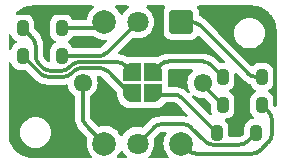
<source format=gtl>
G04 #@! TF.GenerationSoftware,KiCad,Pcbnew,7.0.9*
G04 #@! TF.CreationDate,2024-05-03T00:29:51-04:00*
G04 #@! TF.ProjectId,Nav Switch Mount,4e617620-5377-4697-9463-68204d6f756e,rev?*
G04 #@! TF.SameCoordinates,Original*
G04 #@! TF.FileFunction,Copper,L1,Top*
G04 #@! TF.FilePolarity,Positive*
%FSLAX46Y46*%
G04 Gerber Fmt 4.6, Leading zero omitted, Abs format (unit mm)*
G04 Created by KiCad (PCBNEW 7.0.9) date 2024-05-03 00:29:51*
%MOMM*%
%LPD*%
G01*
G04 APERTURE LIST*
G04 Aperture macros list*
%AMRoundRect*
0 Rectangle with rounded corners*
0 $1 Rounding radius*
0 $2 $3 $4 $5 $6 $7 $8 $9 X,Y pos of 4 corners*
0 Add a 4 corners polygon primitive as box body*
4,1,4,$2,$3,$4,$5,$6,$7,$8,$9,$2,$3,0*
0 Add four circle primitives for the rounded corners*
1,1,$1+$1,$2,$3*
1,1,$1+$1,$4,$5*
1,1,$1+$1,$6,$7*
1,1,$1+$1,$8,$9*
0 Add four rect primitives between the rounded corners*
20,1,$1+$1,$2,$3,$4,$5,0*
20,1,$1+$1,$4,$5,$6,$7,0*
20,1,$1+$1,$6,$7,$8,$9,0*
20,1,$1+$1,$8,$9,$2,$3,0*%
%AMFreePoly0*
4,1,12,-0.775000,0.775000,0.000000,0.775000,0.156719,0.758989,0.327529,0.702389,0.480683,0.607922,0.607922,0.480683,0.702389,0.327529,0.758989,0.156719,0.775000,0.000000,0.775000,-0.775000,-0.775000,-0.775000,-0.775000,0.775000,-0.775000,0.775000,$1*%
%AMFreePoly1*
4,1,12,-0.775000,0.775000,0.775000,0.775000,0.775000,-0.775000,0.000000,-0.775000,-0.156719,-0.758989,-0.327529,-0.702389,-0.480683,-0.607922,-0.607922,-0.480683,-0.702389,-0.327529,-0.758989,-0.156719,-0.775000,0.000000,-0.775000,0.775000,-0.775000,0.775000,$1*%
%AMFreePoly2*
4,1,12,-0.775000,0.000000,-0.758989,0.156719,-0.702389,0.327529,-0.607922,0.480683,-0.480683,0.607922,-0.327529,0.702389,-0.156719,0.758989,0.000000,0.775000,0.775000,0.775000,0.775000,-0.775000,-0.775000,-0.775000,-0.775000,0.000000,-0.775000,0.000000,$1*%
%AMFreePoly3*
4,1,12,-0.775000,0.775000,0.775000,0.775000,0.775000,0.000000,0.758989,-0.156719,0.702389,-0.327529,0.607922,-0.480683,0.480683,-0.607922,0.327529,-0.702389,0.156719,-0.758989,0.000000,-0.775000,-0.775000,-0.775000,-0.775000,0.775000,-0.775000,0.775000,$1*%
G04 Aperture macros list end*
G04 #@! TA.AperFunction,ComponentPad*
%ADD10C,1.550000*%
G04 #@! TD*
G04 #@! TA.AperFunction,ComponentPad*
%ADD11FreePoly0,0.000000*%
G04 #@! TD*
G04 #@! TA.AperFunction,ComponentPad*
%ADD12FreePoly1,0.000000*%
G04 #@! TD*
G04 #@! TA.AperFunction,ComponentPad*
%ADD13FreePoly2,0.000000*%
G04 #@! TD*
G04 #@! TA.AperFunction,ComponentPad*
%ADD14FreePoly3,0.000000*%
G04 #@! TD*
G04 #@! TA.AperFunction,SMDPad,CuDef*
%ADD15RoundRect,0.237500X0.237500X0.412500X-0.237500X0.412500X-0.237500X-0.412500X0.237500X-0.412500X0*%
G04 #@! TD*
G04 #@! TA.AperFunction,ComponentPad*
%ADD16RoundRect,0.227273X-0.772727X0.772727X-0.772727X-0.772727X0.772727X-0.772727X0.772727X0.772727X0*%
G04 #@! TD*
G04 #@! TA.AperFunction,ComponentPad*
%ADD17C,1.800000*%
G04 #@! TD*
G04 #@! TA.AperFunction,ComponentPad*
%ADD18C,2.000000*%
G04 #@! TD*
G04 #@! TA.AperFunction,Conductor*
%ADD19C,0.300000*%
G04 #@! TD*
G04 APERTURE END LIST*
D10*
X153970000Y-52000000D03*
D11*
X159950000Y-51100000D03*
D12*
X158150000Y-52900000D03*
D13*
X158150000Y-51100000D03*
D14*
X159950000Y-52900000D03*
D15*
X168650000Y-56250000D03*
X165350000Y-56250000D03*
X169150000Y-53875000D03*
X165850000Y-53875000D03*
X152200000Y-47375000D03*
X148900000Y-47375000D03*
X152200000Y-49750000D03*
X148900000Y-49750000D03*
X169150000Y-51500000D03*
X165850000Y-51500000D03*
D10*
X164130000Y-52000000D03*
D16*
X162325000Y-46850000D03*
D17*
X158625000Y-46850000D03*
D18*
X155825000Y-46850000D03*
X155825000Y-57150000D03*
D17*
X158625000Y-57150000D03*
D18*
X162325000Y-57150000D03*
D19*
X160557107Y-50492893D02*
X160050000Y-51000000D01*
X165850000Y-51500000D02*
X164842893Y-50492893D01*
X164135786Y-50200000D02*
X161264214Y-50200000D01*
X164842900Y-50492886D02*
G75*
G03*
X164135786Y-50200000I-707100J-707114D01*
G01*
X161264214Y-50200010D02*
G75*
G03*
X160557107Y-50492893I-14J-999990D01*
G01*
X167957107Y-51207107D02*
X163892893Y-47142893D01*
X169150000Y-51500000D02*
X168664214Y-51500000D01*
X163185786Y-46850000D02*
X162325000Y-46850000D01*
X163892900Y-47142886D02*
G75*
G03*
X163185786Y-46850000I-707100J-707114D01*
G01*
X167957100Y-51207114D02*
G75*
G03*
X168664214Y-51500000I707100J707114D01*
G01*
X153914214Y-50750000D02*
X155385786Y-50750000D01*
X151064214Y-51500000D02*
X152335786Y-51500000D01*
X148900000Y-49750000D02*
X150357107Y-51207107D01*
X153042893Y-51207107D02*
X153207107Y-51042893D01*
X156092893Y-51042893D02*
X158050000Y-53000000D01*
X156092900Y-51042886D02*
G75*
G03*
X155385786Y-50750000I-707100J-707114D01*
G01*
X150357100Y-51207114D02*
G75*
G03*
X151064214Y-51500000I707100J707114D01*
G01*
X152335786Y-51499990D02*
G75*
G03*
X153042893Y-51207107I14J999990D01*
G01*
X153914214Y-50750010D02*
G75*
G03*
X153207107Y-51042893I-14J-999990D01*
G01*
X156017893Y-49457107D02*
X158625000Y-46850000D01*
X152200000Y-49750000D02*
X155310786Y-49750000D01*
X155310786Y-49749990D02*
G75*
G03*
X156017893Y-49457107I14J999990D01*
G01*
X152128680Y-51000000D02*
X151271320Y-51000000D01*
X149707107Y-48182107D02*
X148900000Y-47375000D01*
X150000000Y-49728680D02*
X150000000Y-48889214D01*
X153000000Y-50542894D02*
X152835787Y-50707107D01*
X156885786Y-50250000D02*
X153707107Y-50250000D01*
X150564213Y-50707107D02*
X150292893Y-50435787D01*
X158050000Y-51000000D02*
X157592893Y-50542893D01*
X150564203Y-50707117D02*
G75*
G03*
X151271320Y-51000000I707097J707117D01*
G01*
X157592900Y-50542886D02*
G75*
G03*
X156885786Y-50250000I-707100J-707114D01*
G01*
X152128680Y-50999986D02*
G75*
G03*
X152835787Y-50707107I20J999986D01*
G01*
X149999990Y-48889214D02*
G75*
G03*
X149707107Y-48182107I-999990J14D01*
G01*
X150000014Y-49728680D02*
G75*
G03*
X150292893Y-50435787I999986J-20D01*
G01*
X153707107Y-50250006D02*
G75*
G03*
X153000000Y-50542894I-7J-999994D01*
G01*
X152200000Y-47375000D02*
X155300000Y-47375000D01*
X161685786Y-53000000D02*
X160050000Y-53000000D01*
X165350000Y-56250000D02*
X162392893Y-53292893D01*
X162392900Y-53292886D02*
G75*
G03*
X161685786Y-53000000I-707100J-707114D01*
G01*
X159982107Y-55792893D02*
X158625000Y-57150000D01*
X164332107Y-56957107D02*
X163167893Y-55792893D01*
X167235786Y-57250000D02*
X165039214Y-57250000D01*
X162460786Y-55500000D02*
X160689214Y-55500000D01*
X168650000Y-56250000D02*
X167942893Y-56957107D01*
X163167900Y-55792886D02*
G75*
G03*
X162460786Y-55500000I-707100J-707114D01*
G01*
X164332100Y-56957114D02*
G75*
G03*
X165039214Y-57250000I707100J707114D01*
G01*
X160689214Y-55500010D02*
G75*
G03*
X159982107Y-55792893I-14J-999990D01*
G01*
X167235786Y-57249990D02*
G75*
G03*
X167942893Y-56957107I14J999990D01*
G01*
X165850000Y-53875000D02*
X164130000Y-52155000D01*
X163589214Y-58000000D02*
X168335786Y-58000000D01*
X169042893Y-57707107D02*
X169707107Y-57042893D01*
X170000000Y-56335786D02*
X170000000Y-55139214D01*
X169707107Y-54432107D02*
X169150000Y-53875000D01*
X168335786Y-57999990D02*
G75*
G03*
X169042893Y-57707107I14J999990D01*
G01*
X169999990Y-55139214D02*
G75*
G03*
X169707107Y-54432107I-999990J14D01*
G01*
X169707114Y-57042900D02*
G75*
G03*
X170000000Y-56335786I-707114J707100D01*
G01*
X162882100Y-57707114D02*
G75*
G03*
X163589214Y-58000000I707100J707114D01*
G01*
X154262893Y-55587893D02*
X155825000Y-57150000D01*
X153970000Y-52000000D02*
X153970000Y-54880786D01*
X153970010Y-54880786D02*
G75*
G03*
X154262893Y-55587893I999990J-14D01*
G01*
G04 #@! TA.AperFunction,NonConductor*
G36*
X157841522Y-45475820D02*
G01*
X157887277Y-45528624D01*
X157897221Y-45597782D01*
X157868196Y-45661338D01*
X157850645Y-45677988D01*
X157673222Y-45816081D01*
X157673219Y-45816084D01*
X157516016Y-45986852D01*
X157389072Y-46181155D01*
X157388862Y-46181545D01*
X157388734Y-46181673D01*
X157386271Y-46185444D01*
X157385495Y-46184937D01*
X157339641Y-46231133D01*
X157271424Y-46246239D01*
X157205869Y-46222066D01*
X157166254Y-46172333D01*
X157149173Y-46133393D01*
X157013166Y-45925217D01*
X156978644Y-45887716D01*
X156844744Y-45742262D01*
X156762163Y-45677986D01*
X156721352Y-45621278D01*
X156717677Y-45551505D01*
X156752308Y-45490822D01*
X156814250Y-45458495D01*
X156838327Y-45456135D01*
X157774483Y-45456135D01*
X157841522Y-45475820D01*
G37*
G04 #@! TD.AperFunction*
G04 #@! TA.AperFunction,NonConductor*
G36*
X154916787Y-48045185D02*
G01*
X154925910Y-48051647D01*
X155001487Y-48110471D01*
X155001491Y-48110474D01*
X155189641Y-48212296D01*
X155220190Y-48228828D01*
X155455386Y-48309571D01*
X155700665Y-48350500D01*
X155905191Y-48350500D01*
X155972230Y-48370185D01*
X156017985Y-48422989D01*
X156027929Y-48492147D01*
X155998904Y-48555703D01*
X155992872Y-48562181D01*
X155560807Y-48994247D01*
X155554703Y-48999600D01*
X155498494Y-49042731D01*
X155470458Y-49058917D01*
X155416331Y-49081336D01*
X155385063Y-49089713D01*
X155314756Y-49098968D01*
X155306656Y-49099499D01*
X155233762Y-49099499D01*
X155233746Y-49099500D01*
X153225351Y-49099500D01*
X153158312Y-49079815D01*
X153112967Y-49027900D01*
X153110909Y-49023487D01*
X153110908Y-49023486D01*
X153110908Y-49023484D01*
X153020340Y-48876650D01*
X152898350Y-48754660D01*
X152757912Y-48668037D01*
X152711190Y-48616091D01*
X152699967Y-48547128D01*
X152727811Y-48483046D01*
X152757911Y-48456963D01*
X152898350Y-48370340D01*
X153020340Y-48248350D01*
X153110908Y-48101516D01*
X153110910Y-48101509D01*
X153112967Y-48097100D01*
X153159137Y-48044659D01*
X153225351Y-48025500D01*
X154849748Y-48025500D01*
X154916787Y-48045185D01*
G37*
G04 #@! TD.AperFunction*
G04 #@! TA.AperFunction,NonConductor*
G36*
X147911338Y-47922320D02*
G01*
X147947840Y-47977028D01*
X147989092Y-48101516D01*
X148079660Y-48248350D01*
X148201650Y-48370340D01*
X148287008Y-48422989D01*
X148342085Y-48456961D01*
X148388810Y-48508909D01*
X148400031Y-48577872D01*
X148372188Y-48641954D01*
X148342085Y-48668039D01*
X148201648Y-48754661D01*
X148079661Y-48876648D01*
X147989093Y-49023481D01*
X147989091Y-49023486D01*
X147947841Y-49147971D01*
X147908068Y-49205416D01*
X147843552Y-49232239D01*
X147774776Y-49219924D01*
X147723577Y-49172381D01*
X147706135Y-49108967D01*
X147706135Y-48016033D01*
X147725820Y-47948994D01*
X147778624Y-47903239D01*
X147847782Y-47893295D01*
X147911338Y-47922320D01*
G37*
G04 #@! TD.AperFunction*
G04 #@! TA.AperFunction,NonConductor*
G36*
X154878712Y-45475820D02*
G01*
X154924467Y-45528624D01*
X154934411Y-45597782D01*
X154905386Y-45661338D01*
X154887840Y-45677984D01*
X154821773Y-45729406D01*
X154805257Y-45742261D01*
X154636833Y-45925217D01*
X154500826Y-46133393D01*
X154400936Y-46361118D01*
X154339892Y-46602175D01*
X154339890Y-46602186D01*
X154339182Y-46610741D01*
X154314028Y-46675926D01*
X154257626Y-46717163D01*
X154215606Y-46724500D01*
X153225351Y-46724500D01*
X153158312Y-46704815D01*
X153112967Y-46652900D01*
X153110909Y-46648487D01*
X153110908Y-46648486D01*
X153110908Y-46648484D01*
X153020340Y-46501650D01*
X152898350Y-46379660D01*
X152751516Y-46289092D01*
X152587753Y-46234826D01*
X152587751Y-46234825D01*
X152486678Y-46224500D01*
X151913330Y-46224500D01*
X151913312Y-46224501D01*
X151812247Y-46234825D01*
X151648484Y-46289092D01*
X151648481Y-46289093D01*
X151501648Y-46379661D01*
X151379661Y-46501648D01*
X151289093Y-46648481D01*
X151289091Y-46648486D01*
X151270426Y-46704815D01*
X151234826Y-46812247D01*
X151234826Y-46812248D01*
X151234825Y-46812248D01*
X151224500Y-46913315D01*
X151224500Y-47836669D01*
X151224501Y-47836686D01*
X151234825Y-47937752D01*
X151261664Y-48018745D01*
X151289092Y-48101516D01*
X151379660Y-48248350D01*
X151501650Y-48370340D01*
X151587008Y-48422989D01*
X151642085Y-48456961D01*
X151688810Y-48508909D01*
X151700031Y-48577872D01*
X151672188Y-48641954D01*
X151642085Y-48668039D01*
X151501648Y-48754661D01*
X151379661Y-48876648D01*
X151289093Y-49023481D01*
X151289091Y-49023486D01*
X151267146Y-49089713D01*
X151234826Y-49187247D01*
X151234826Y-49187248D01*
X151234825Y-49187248D01*
X151224500Y-49288315D01*
X151224500Y-50148086D01*
X151204815Y-50215125D01*
X151152011Y-50260880D01*
X151082853Y-50270824D01*
X151019297Y-50241799D01*
X151012819Y-50235767D01*
X150914871Y-50137819D01*
X150755745Y-49978693D01*
X150750405Y-49972604D01*
X150707270Y-49916388D01*
X150691085Y-49888354D01*
X150678590Y-49858187D01*
X150668667Y-49834228D01*
X150660290Y-49802961D01*
X150655494Y-49766529D01*
X150651030Y-49732619D01*
X150650500Y-49724521D01*
X150650500Y-49716527D01*
X150650501Y-49655399D01*
X150650500Y-49655394D01*
X150650500Y-48848289D01*
X150650500Y-48846448D01*
X150650490Y-48846139D01*
X150650491Y-48781044D01*
X150631811Y-48639139D01*
X150622254Y-48566539D01*
X150622253Y-48566537D01*
X150566260Y-48357553D01*
X150563338Y-48350498D01*
X150483464Y-48157658D01*
X150375287Y-47970285D01*
X150243578Y-47798634D01*
X150243576Y-47798632D01*
X150243573Y-47798628D01*
X150243572Y-47798627D01*
X150229833Y-47784889D01*
X150229815Y-47784869D01*
X149911818Y-47466872D01*
X149878333Y-47405549D01*
X149875499Y-47379191D01*
X149875499Y-46913330D01*
X149875498Y-46913313D01*
X149865174Y-46812247D01*
X149861100Y-46799953D01*
X149810908Y-46648484D01*
X149720340Y-46501650D01*
X149598350Y-46379660D01*
X149451516Y-46289092D01*
X149287753Y-46234826D01*
X149287751Y-46234825D01*
X149186678Y-46224500D01*
X148613330Y-46224500D01*
X148613312Y-46224501D01*
X148512247Y-46234825D01*
X148512239Y-46234827D01*
X148485477Y-46243695D01*
X148415649Y-46246095D01*
X148355608Y-46210361D01*
X148324418Y-46147840D01*
X148331980Y-46078381D01*
X148364715Y-46032764D01*
X148524477Y-45892656D01*
X148530903Y-45887725D01*
X148752503Y-45739657D01*
X148759519Y-45735608D01*
X148885403Y-45673530D01*
X148998543Y-45617736D01*
X149006028Y-45614636D01*
X149258402Y-45528969D01*
X149266216Y-45526876D01*
X149527611Y-45474884D01*
X149535651Y-45473827D01*
X149803613Y-45456268D01*
X149807668Y-45456135D01*
X149832562Y-45456135D01*
X154811673Y-45456135D01*
X154878712Y-45475820D01*
G37*
G04 #@! TD.AperFunction*
G04 #@! TA.AperFunction,NonConductor*
G36*
X160925180Y-45475820D02*
G01*
X160970935Y-45528624D01*
X160980879Y-45597782D01*
X160963680Y-45645232D01*
X160888198Y-45767606D01*
X160888196Y-45767611D01*
X160834683Y-45929102D01*
X160824500Y-46028775D01*
X160824500Y-47671210D01*
X160824501Y-47671225D01*
X160834684Y-47770898D01*
X160888196Y-47932388D01*
X160888198Y-47932393D01*
X160891504Y-47937753D01*
X160977510Y-48077190D01*
X161097810Y-48197490D01*
X161242609Y-48286803D01*
X161350271Y-48322478D01*
X161404102Y-48340316D01*
X161415444Y-48341474D01*
X161503783Y-48350500D01*
X163146216Y-48350499D01*
X163245897Y-48340316D01*
X163407391Y-48286803D01*
X163552190Y-48197490D01*
X163672490Y-48077190D01*
X163679719Y-48065470D01*
X163731667Y-48018745D01*
X163800629Y-48007522D01*
X163864712Y-48035366D01*
X163872939Y-48042885D01*
X165967873Y-50137819D01*
X166001358Y-50199142D01*
X165996374Y-50268834D01*
X165954502Y-50324767D01*
X165889038Y-50349184D01*
X165880192Y-50349500D01*
X165670808Y-50349500D01*
X165603769Y-50329815D01*
X165583127Y-50313181D01*
X165341173Y-50071227D01*
X165341156Y-50071196D01*
X165226380Y-49956422D01*
X165226374Y-49956417D01*
X165226372Y-49956415D01*
X165054721Y-49824705D01*
X164950421Y-49764489D01*
X164867351Y-49716529D01*
X164788162Y-49683729D01*
X164667455Y-49633732D01*
X164667450Y-49633730D01*
X164667446Y-49633729D01*
X164458465Y-49577736D01*
X164458460Y-49577735D01*
X164243959Y-49549499D01*
X164243957Y-49549499D01*
X164135777Y-49549500D01*
X161221644Y-49549500D01*
X161221337Y-49549509D01*
X161156042Y-49549509D01*
X160941539Y-49577745D01*
X160941537Y-49577746D01*
X160732553Y-49633739D01*
X160532657Y-49716536D01*
X160532653Y-49716538D01*
X160345279Y-49824716D01*
X160334487Y-49832997D01*
X160269316Y-49858187D01*
X160228710Y-49854858D01*
X160150339Y-49835111D01*
X160150340Y-49835111D01*
X160015515Y-49824500D01*
X159127129Y-49824500D01*
X159127120Y-49824501D01*
X159063248Y-49831367D01*
X159036742Y-49831367D01*
X159032483Y-49830909D01*
X158972873Y-49824500D01*
X158972865Y-49824500D01*
X158084486Y-49824501D01*
X157949659Y-49835111D01*
X157849769Y-49860281D01*
X157779952Y-49857573D01*
X157757473Y-49847427D01*
X157617351Y-49766529D01*
X157599582Y-49759169D01*
X157417455Y-49683732D01*
X157417450Y-49683730D01*
X157417446Y-49683729D01*
X157208465Y-49627736D01*
X157208462Y-49627735D01*
X157067838Y-49609224D01*
X157003941Y-49580959D01*
X156965469Y-49522635D01*
X156964637Y-49452770D01*
X156996339Y-49398606D01*
X158152800Y-48242144D01*
X158214121Y-48208661D01*
X158274753Y-48212202D01*
X158275048Y-48211040D01*
X158280011Y-48212296D01*
X158280015Y-48212296D01*
X158280019Y-48212298D01*
X158508951Y-48250500D01*
X158508952Y-48250500D01*
X158741048Y-48250500D01*
X158741049Y-48250500D01*
X158969981Y-48212298D01*
X159189503Y-48136936D01*
X159393626Y-48026470D01*
X159394873Y-48025500D01*
X159465819Y-47970280D01*
X159576784Y-47883913D01*
X159733979Y-47713153D01*
X159860924Y-47518849D01*
X159954157Y-47306300D01*
X160011134Y-47081305D01*
X160016526Y-47016234D01*
X160030300Y-46850006D01*
X160030300Y-46849993D01*
X160011135Y-46618702D01*
X160011133Y-46618691D01*
X159954157Y-46393699D01*
X159860924Y-46181151D01*
X159733983Y-45986852D01*
X159733980Y-45986849D01*
X159733979Y-45986847D01*
X159576784Y-45816087D01*
X159576779Y-45816083D01*
X159576777Y-45816081D01*
X159399355Y-45677988D01*
X159358542Y-45621278D01*
X159354867Y-45551505D01*
X159389499Y-45490822D01*
X159451440Y-45458495D01*
X159475517Y-45456135D01*
X160858141Y-45456135D01*
X160925180Y-45475820D01*
G37*
G04 #@! TD.AperFunction*
G04 #@! TA.AperFunction,NonConductor*
G36*
X163243348Y-50870185D02*
G01*
X163289103Y-50922989D01*
X163299047Y-50992147D01*
X163270022Y-51055703D01*
X163263990Y-51062181D01*
X163149182Y-51176988D01*
X163149179Y-51176991D01*
X163149178Y-51176993D01*
X163021165Y-51359814D01*
X162929592Y-51556195D01*
X162926845Y-51562085D01*
X162926841Y-51562094D01*
X162869081Y-51777660D01*
X162869079Y-51777670D01*
X162849628Y-51999999D01*
X162849628Y-52000000D01*
X162869079Y-52222329D01*
X162869081Y-52222339D01*
X162926841Y-52437905D01*
X162926843Y-52437909D01*
X162926844Y-52437913D01*
X162995855Y-52585908D01*
X163021165Y-52640186D01*
X163021167Y-52640190D01*
X163051433Y-52683414D01*
X163073760Y-52749620D01*
X163056750Y-52817387D01*
X163005801Y-52865200D01*
X162937092Y-52877878D01*
X162872435Y-52851396D01*
X162862177Y-52842219D01*
X162852867Y-52832909D01*
X162852868Y-52832909D01*
X162776372Y-52756415D01*
X162604721Y-52624705D01*
X162500421Y-52564489D01*
X162417351Y-52516529D01*
X162366194Y-52495340D01*
X162217455Y-52433732D01*
X162217450Y-52433730D01*
X162217446Y-52433729D01*
X162008465Y-52377736D01*
X162008460Y-52377735D01*
X161793959Y-52349499D01*
X161793957Y-52349499D01*
X161685777Y-52349500D01*
X161349499Y-52349500D01*
X161282460Y-52329815D01*
X161236705Y-52277011D01*
X161225499Y-52225500D01*
X161225499Y-52077129D01*
X161225499Y-52077128D01*
X161219091Y-52017517D01*
X161219089Y-52017513D01*
X161218632Y-52013255D01*
X161218633Y-51986745D01*
X161221328Y-51961677D01*
X161225500Y-51922873D01*
X161225499Y-51034488D01*
X161221544Y-50984228D01*
X161235909Y-50915851D01*
X161284961Y-50866094D01*
X161345162Y-50850500D01*
X163176309Y-50850500D01*
X163243348Y-50870185D01*
G37*
G04 #@! TD.AperFunction*
G04 #@! TA.AperFunction,NonConductor*
G36*
X168302025Y-45456267D02*
G01*
X168569991Y-45473831D01*
X168578020Y-45474889D01*
X168839408Y-45526882D01*
X168847224Y-45528976D01*
X169099555Y-45614632D01*
X169099582Y-45614641D01*
X169107083Y-45617748D01*
X169346095Y-45735618D01*
X169353124Y-45739676D01*
X169574706Y-45887734D01*
X169581136Y-45892668D01*
X169736351Y-46028789D01*
X169781499Y-46068383D01*
X169787239Y-46074124D01*
X169962945Y-46274482D01*
X169967888Y-46280923D01*
X170115941Y-46502507D01*
X170120000Y-46509538D01*
X170237861Y-46748542D01*
X170240968Y-46756043D01*
X170326627Y-47008392D01*
X170328728Y-47016234D01*
X170380714Y-47277603D01*
X170381773Y-47285652D01*
X170399367Y-47554148D01*
X170399500Y-47558203D01*
X170399500Y-53905192D01*
X170379815Y-53972231D01*
X170327011Y-54017986D01*
X170257853Y-54027930D01*
X170194297Y-53998905D01*
X170187819Y-53992873D01*
X170161818Y-53966872D01*
X170128333Y-53905549D01*
X170125499Y-53879191D01*
X170125499Y-53413330D01*
X170125498Y-53413313D01*
X170115174Y-53312247D01*
X170105366Y-53282650D01*
X170060908Y-53148484D01*
X169970340Y-53001650D01*
X169848350Y-52879660D01*
X169707912Y-52793037D01*
X169661190Y-52741091D01*
X169649967Y-52672128D01*
X169677811Y-52608046D01*
X169707911Y-52581963D01*
X169848350Y-52495340D01*
X169970340Y-52373350D01*
X170060908Y-52226516D01*
X170115174Y-52062753D01*
X170125500Y-51961677D01*
X170125499Y-51038324D01*
X170115174Y-50937247D01*
X170060908Y-50773484D01*
X169970340Y-50626650D01*
X169848350Y-50504660D01*
X169701516Y-50414092D01*
X169537753Y-50359826D01*
X169537751Y-50359825D01*
X169436678Y-50349500D01*
X168863330Y-50349500D01*
X168863312Y-50349501D01*
X168762247Y-50359825D01*
X168598484Y-50414092D01*
X168598481Y-50414093D01*
X168451650Y-50504659D01*
X168400807Y-50555502D01*
X168339483Y-50588986D01*
X168269791Y-50584000D01*
X168225446Y-50555500D01*
X165469947Y-47800001D01*
X166794532Y-47800001D01*
X166814364Y-48026686D01*
X166814366Y-48026697D01*
X166873258Y-48246488D01*
X166873261Y-48246497D01*
X166969431Y-48452732D01*
X166969432Y-48452734D01*
X167099954Y-48639141D01*
X167260858Y-48800045D01*
X167260861Y-48800047D01*
X167447266Y-48930568D01*
X167653504Y-49026739D01*
X167873308Y-49085635D01*
X168043216Y-49100500D01*
X168156784Y-49100500D01*
X168326692Y-49085635D01*
X168546496Y-49026739D01*
X168752734Y-48930568D01*
X168939139Y-48800047D01*
X169100047Y-48639139D01*
X169230568Y-48452734D01*
X169326739Y-48246496D01*
X169385635Y-48026692D01*
X169405468Y-47800000D01*
X169405348Y-47798634D01*
X169397869Y-47713147D01*
X169385635Y-47573308D01*
X169326739Y-47353504D01*
X169230568Y-47147266D01*
X169100047Y-46960861D01*
X169100045Y-46960858D01*
X168939141Y-46799954D01*
X168752734Y-46669432D01*
X168752732Y-46669431D01*
X168546497Y-46573261D01*
X168546488Y-46573258D01*
X168326697Y-46514366D01*
X168326687Y-46514364D01*
X168156784Y-46499500D01*
X168043216Y-46499500D01*
X167873312Y-46514364D01*
X167873302Y-46514366D01*
X167653511Y-46573258D01*
X167653502Y-46573261D01*
X167447267Y-46669431D01*
X167447265Y-46669432D01*
X167260858Y-46799954D01*
X167099954Y-46960858D01*
X166969432Y-47147265D01*
X166969431Y-47147267D01*
X166873261Y-47353502D01*
X166873258Y-47353511D01*
X166814366Y-47573302D01*
X166814364Y-47573313D01*
X166794532Y-47799998D01*
X166794532Y-47800001D01*
X165469947Y-47800001D01*
X164391173Y-46721227D01*
X164391156Y-46721196D01*
X164276380Y-46606422D01*
X164276374Y-46606417D01*
X164276372Y-46606415D01*
X164201667Y-46549093D01*
X164104727Y-46474709D01*
X164104723Y-46474707D01*
X164104721Y-46474705D01*
X163917346Y-46366527D01*
X163917343Y-46366525D01*
X163917340Y-46366524D01*
X163902045Y-46360189D01*
X163847642Y-46316347D01*
X163825578Y-46250053D01*
X163825499Y-46245628D01*
X163825499Y-46028789D01*
X163825498Y-46028774D01*
X163821215Y-45986847D01*
X163815316Y-45929103D01*
X163761803Y-45767609D01*
X163686319Y-45645231D01*
X163667880Y-45577839D01*
X163688803Y-45511176D01*
X163742445Y-45466406D01*
X163791859Y-45456135D01*
X168273071Y-45456135D01*
X168297977Y-45456135D01*
X168302025Y-45456267D01*
G37*
G04 #@! TD.AperFunction*
G04 #@! TA.AperFunction,NonConductor*
G36*
X163434844Y-53071277D02*
G01*
X163446541Y-53078535D01*
X163489814Y-53108835D01*
X163692087Y-53203156D01*
X163907666Y-53260920D01*
X164085533Y-53276481D01*
X164129999Y-53280372D01*
X164130000Y-53280372D01*
X164261298Y-53268884D01*
X164329796Y-53282650D01*
X164359785Y-53304731D01*
X164838181Y-53783127D01*
X164871666Y-53844450D01*
X164874500Y-53870808D01*
X164874500Y-54336669D01*
X164874501Y-54336687D01*
X164884825Y-54437752D01*
X164884826Y-54437755D01*
X164931935Y-54579917D01*
X164934337Y-54649745D01*
X164898605Y-54709787D01*
X164836085Y-54740980D01*
X164766626Y-54733420D01*
X164726548Y-54706602D01*
X163287736Y-53267790D01*
X163254251Y-53206467D01*
X163259235Y-53136775D01*
X163301107Y-53080842D01*
X163366571Y-53056425D01*
X163434844Y-53071277D01*
G37*
G04 #@! TD.AperFunction*
G04 #@! TA.AperFunction,NonConductor*
G36*
X155312501Y-51400501D02*
G01*
X155381729Y-51400500D01*
X155389827Y-51401030D01*
X155460066Y-51410277D01*
X155491333Y-51418654D01*
X155545464Y-51441075D01*
X155573498Y-51457260D01*
X155629648Y-51500345D01*
X155635744Y-51505690D01*
X156237109Y-52107055D01*
X156838181Y-52708127D01*
X156871666Y-52769450D01*
X156874500Y-52795807D01*
X156874501Y-52965512D01*
X156885111Y-53100339D01*
X156897243Y-53148486D01*
X156941210Y-53322976D01*
X157036159Y-53532010D01*
X157036162Y-53532016D01*
X157166904Y-53720732D01*
X157166906Y-53720734D01*
X157166911Y-53720741D01*
X157329259Y-53883089D01*
X157329263Y-53883092D01*
X157329267Y-53883095D01*
X157361678Y-53905549D01*
X157517986Y-54013839D01*
X157554107Y-54030246D01*
X157727023Y-54108789D01*
X157727024Y-54108789D01*
X157727026Y-54108790D01*
X157949661Y-54164889D01*
X158066149Y-54174056D01*
X158084485Y-54175500D01*
X158084486Y-54175499D01*
X158084487Y-54175500D01*
X158972872Y-54175499D01*
X159032483Y-54169091D01*
X159032487Y-54169089D01*
X159036743Y-54168632D01*
X159063253Y-54168632D01*
X159067514Y-54169090D01*
X159067517Y-54169091D01*
X159127127Y-54175500D01*
X160015512Y-54175499D01*
X160015514Y-54175499D01*
X160032680Y-54174147D01*
X160150339Y-54164889D01*
X160372974Y-54108790D01*
X160582014Y-54013839D01*
X160770741Y-53883089D01*
X160933089Y-53720741D01*
X160944767Y-53703885D01*
X160999126Y-53659988D01*
X161046696Y-53650500D01*
X161612497Y-53650500D01*
X161612501Y-53650501D01*
X161681729Y-53650500D01*
X161689827Y-53651030D01*
X161760066Y-53660277D01*
X161791333Y-53668654D01*
X161845464Y-53691075D01*
X161873498Y-53707260D01*
X161929648Y-53750345D01*
X161935744Y-53755690D01*
X162400339Y-54220285D01*
X162841082Y-54661028D01*
X162874567Y-54722351D01*
X162869583Y-54792043D01*
X162827711Y-54847976D01*
X162762247Y-54872393D01*
X162737218Y-54871648D01*
X162568959Y-54849499D01*
X162568957Y-54849499D01*
X162460777Y-54849500D01*
X160646644Y-54849500D01*
X160646337Y-54849509D01*
X160581042Y-54849509D01*
X160366539Y-54877745D01*
X160366537Y-54877746D01*
X160157553Y-54933739D01*
X159957657Y-55016536D01*
X159957653Y-55016538D01*
X159796072Y-55109825D01*
X159770303Y-55124703D01*
X159770280Y-55124716D01*
X159598631Y-55256424D01*
X159583354Y-55271700D01*
X159097200Y-55757852D01*
X159035877Y-55791337D01*
X158975243Y-55787806D01*
X158974951Y-55788960D01*
X158969987Y-55787703D01*
X158870904Y-55771169D01*
X158741049Y-55749500D01*
X158508951Y-55749500D01*
X158463164Y-55757140D01*
X158280015Y-55787702D01*
X158060504Y-55863061D01*
X158060495Y-55863064D01*
X157856371Y-55973531D01*
X157856365Y-55973535D01*
X157673222Y-56116081D01*
X157673219Y-56116084D01*
X157673216Y-56116086D01*
X157673216Y-56116087D01*
X157614267Y-56180122D01*
X157516016Y-56286852D01*
X157389072Y-56481155D01*
X157388862Y-56481545D01*
X157388734Y-56481673D01*
X157386271Y-56485444D01*
X157385495Y-56484937D01*
X157339641Y-56531133D01*
X157271424Y-56546239D01*
X157205869Y-56522066D01*
X157166254Y-56472333D01*
X157149173Y-56433393D01*
X157013166Y-56225217D01*
X156955354Y-56162417D01*
X156844744Y-56042262D01*
X156648509Y-55889526D01*
X156648507Y-55889525D01*
X156648506Y-55889524D01*
X156429811Y-55771172D01*
X156429802Y-55771169D01*
X156194616Y-55690429D01*
X155949335Y-55649500D01*
X155700665Y-55649500D01*
X155455382Y-55690429D01*
X155402029Y-55708744D01*
X155332231Y-55711892D01*
X155274089Y-55679143D01*
X155007392Y-55412446D01*
X154725744Y-55130798D01*
X154720399Y-55124703D01*
X154677264Y-55068487D01*
X154661086Y-55040465D01*
X154638661Y-54986326D01*
X154630286Y-54955063D01*
X154621030Y-54884750D01*
X154620500Y-54876654D01*
X154620500Y-54847976D01*
X154620501Y-54807501D01*
X154620500Y-54807496D01*
X154620500Y-53166163D01*
X154640185Y-53099124D01*
X154673373Y-53064590D01*
X154793007Y-52980822D01*
X154950822Y-52823007D01*
X155078835Y-52640186D01*
X155173156Y-52437913D01*
X155230920Y-52222334D01*
X155250372Y-52000000D01*
X155230920Y-51777666D01*
X155173156Y-51562087D01*
X155171755Y-51556857D01*
X155174224Y-51556195D01*
X155170489Y-51497146D01*
X155204477Y-51436100D01*
X155266074Y-51403121D01*
X155291434Y-51400500D01*
X155312497Y-51400500D01*
X155312501Y-51400501D01*
G37*
G04 #@! TD.AperFunction*
G04 #@! TA.AperFunction,NonConductor*
G36*
X167030702Y-51201094D02*
G01*
X167037180Y-51207126D01*
X167458826Y-51628772D01*
X167458842Y-51628802D01*
X167573619Y-51743577D01*
X167573624Y-51743581D01*
X167573628Y-51743585D01*
X167745279Y-51875295D01*
X167889176Y-51958371D01*
X167932648Y-51983470D01*
X167932650Y-51983471D01*
X167932654Y-51983473D01*
X168132545Y-52066268D01*
X168132554Y-52066270D01*
X168134319Y-52066870D01*
X168134776Y-52067191D01*
X168136296Y-52067821D01*
X168136155Y-52068160D01*
X168191476Y-52107055D01*
X168212175Y-52145287D01*
X168213903Y-52150501D01*
X168239092Y-52226516D01*
X168329660Y-52373350D01*
X168451650Y-52495340D01*
X168592085Y-52581961D01*
X168638810Y-52633909D01*
X168650031Y-52702872D01*
X168622188Y-52766954D01*
X168592085Y-52793039D01*
X168451648Y-52879661D01*
X168329661Y-53001648D01*
X168239093Y-53148481D01*
X168239091Y-53148486D01*
X168220976Y-53203154D01*
X168184826Y-53312247D01*
X168184826Y-53312248D01*
X168184825Y-53312248D01*
X168174500Y-53413315D01*
X168174500Y-54336669D01*
X168174501Y-54336686D01*
X168184825Y-54437752D01*
X168221109Y-54547249D01*
X168239092Y-54601516D01*
X168321640Y-54735348D01*
X168329661Y-54748351D01*
X168451649Y-54870339D01*
X168457317Y-54874821D01*
X168456422Y-54875951D01*
X168497759Y-54921903D01*
X168508984Y-54990865D01*
X168481144Y-55054949D01*
X168423078Y-55093808D01*
X168385945Y-55099500D01*
X168363333Y-55099500D01*
X168363312Y-55099501D01*
X168262247Y-55109825D01*
X168098484Y-55164092D01*
X168098481Y-55164093D01*
X167951648Y-55254661D01*
X167829661Y-55376648D01*
X167739093Y-55523481D01*
X167739091Y-55523486D01*
X167731211Y-55547266D01*
X167684826Y-55687247D01*
X167684826Y-55687248D01*
X167684825Y-55687248D01*
X167674500Y-55788315D01*
X167674500Y-56254191D01*
X167654815Y-56321230D01*
X167638181Y-56341872D01*
X167485807Y-56494247D01*
X167479703Y-56499600D01*
X167423494Y-56542731D01*
X167395458Y-56558917D01*
X167341331Y-56581336D01*
X167310063Y-56589713D01*
X167239756Y-56598968D01*
X167231656Y-56599499D01*
X167158762Y-56599499D01*
X167158746Y-56599500D01*
X166449500Y-56599500D01*
X166382461Y-56579815D01*
X166336706Y-56527011D01*
X166325500Y-56475500D01*
X166325499Y-55788330D01*
X166325498Y-55788313D01*
X166315174Y-55687247D01*
X166290354Y-55612346D01*
X166260908Y-55523484D01*
X166170340Y-55376650D01*
X166048350Y-55254660D01*
X166042683Y-55250179D01*
X166043575Y-55249049D01*
X166002238Y-55203090D01*
X165991015Y-55134127D01*
X166018859Y-55070045D01*
X166076927Y-55031189D01*
X166114058Y-55025499D01*
X166136676Y-55025499D01*
X166136684Y-55025498D01*
X166136687Y-55025498D01*
X166192030Y-55019844D01*
X166237753Y-55015174D01*
X166401516Y-54960908D01*
X166548350Y-54870340D01*
X166670340Y-54748350D01*
X166760908Y-54601516D01*
X166815174Y-54437753D01*
X166825500Y-54336677D01*
X166825499Y-53413324D01*
X166815174Y-53312247D01*
X166760908Y-53148484D01*
X166670340Y-53001650D01*
X166548350Y-52879660D01*
X166407912Y-52793037D01*
X166361190Y-52741091D01*
X166349967Y-52672128D01*
X166377811Y-52608046D01*
X166407911Y-52581963D01*
X166548350Y-52495340D01*
X166670340Y-52373350D01*
X166760908Y-52226516D01*
X166815174Y-52062753D01*
X166825500Y-51961677D01*
X166825499Y-51294806D01*
X166845183Y-51227768D01*
X166897987Y-51182013D01*
X166967146Y-51172069D01*
X167030702Y-51201094D01*
G37*
G04 #@! TD.AperFunction*
G04 #@! TA.AperFunction,NonConductor*
G36*
X161023557Y-56170185D02*
G01*
X161069312Y-56222989D01*
X161079256Y-56292147D01*
X161060327Y-56342319D01*
X161005209Y-56426686D01*
X161000825Y-56433396D01*
X160900936Y-56661118D01*
X160839892Y-56902175D01*
X160839890Y-56902187D01*
X160819357Y-57149994D01*
X160819357Y-57150005D01*
X160839890Y-57397812D01*
X160839892Y-57397824D01*
X160900936Y-57638881D01*
X161000826Y-57866606D01*
X161136833Y-58074782D01*
X161136836Y-58074785D01*
X161244296Y-58191518D01*
X161275218Y-58254171D01*
X161267358Y-58323598D01*
X161223211Y-58377753D01*
X161156793Y-58399444D01*
X161153066Y-58399500D01*
X159660379Y-58399500D01*
X159593340Y-58379815D01*
X159547585Y-58327011D01*
X159537641Y-58257853D01*
X159566666Y-58194297D01*
X159576390Y-58184276D01*
X159576777Y-58183919D01*
X159576778Y-58183917D01*
X159576784Y-58183913D01*
X159733979Y-58013153D01*
X159860924Y-57818849D01*
X159954157Y-57606300D01*
X160011134Y-57381305D01*
X160013748Y-57349760D01*
X160030300Y-57150006D01*
X160030300Y-57149993D01*
X160011135Y-56918702D01*
X160011134Y-56918699D01*
X160011134Y-56918695D01*
X159980968Y-56799573D01*
X159983593Y-56729753D01*
X160013493Y-56681452D01*
X160200698Y-56494247D01*
X160439208Y-56255737D01*
X160445284Y-56250408D01*
X160501515Y-56207261D01*
X160529531Y-56191087D01*
X160583674Y-56168661D01*
X160614933Y-56160286D01*
X160685250Y-56151030D01*
X160693344Y-56150500D01*
X160762499Y-56150501D01*
X160762503Y-56150500D01*
X160956518Y-56150500D01*
X161023557Y-56170185D01*
G37*
G04 #@! TD.AperFunction*
G04 #@! TA.AperFunction,NonConductor*
G36*
X157345273Y-57772164D02*
G01*
X157385600Y-57814993D01*
X157386271Y-57814556D01*
X157388725Y-57818312D01*
X157388867Y-57818463D01*
X157389076Y-57818850D01*
X157516016Y-58013147D01*
X157516019Y-58013151D01*
X157516021Y-58013153D01*
X157612752Y-58118231D01*
X157673222Y-58183919D01*
X157673610Y-58184276D01*
X157673721Y-58184460D01*
X157676690Y-58187686D01*
X157676026Y-58188297D01*
X157709597Y-58244165D01*
X157707492Y-58314003D01*
X157667964Y-58371617D01*
X157603562Y-58398714D01*
X157589621Y-58399500D01*
X156996934Y-58399500D01*
X156929895Y-58379815D01*
X156884140Y-58327011D01*
X156874196Y-58257853D01*
X156903221Y-58194297D01*
X156905681Y-58191542D01*
X157013164Y-58074785D01*
X157149173Y-57866607D01*
X157166254Y-57827667D01*
X157211209Y-57774181D01*
X157277945Y-57753490D01*
X157345273Y-57772164D01*
G37*
G04 #@! TD.AperFunction*
G04 #@! TA.AperFunction,NonConductor*
G36*
X147911338Y-50297320D02*
G01*
X147947840Y-50352028D01*
X147989092Y-50476516D01*
X148079660Y-50623350D01*
X148201650Y-50745340D01*
X148348484Y-50835908D01*
X148512247Y-50890174D01*
X148613323Y-50900500D01*
X149079191Y-50900499D01*
X149146230Y-50920183D01*
X149166872Y-50936818D01*
X149858826Y-51628772D01*
X149858842Y-51628802D01*
X149973619Y-51743577D01*
X149973624Y-51743581D01*
X149973628Y-51743585D01*
X150145279Y-51875295D01*
X150289176Y-51958371D01*
X150332648Y-51983470D01*
X150332650Y-51983471D01*
X150332654Y-51983473D01*
X150532545Y-52066268D01*
X150700595Y-52111294D01*
X150741534Y-52122263D01*
X150741539Y-52122264D01*
X150818968Y-52132456D01*
X150956043Y-52150501D01*
X151064223Y-52150500D01*
X152335777Y-52150500D01*
X152376711Y-52150500D01*
X152378569Y-52150500D01*
X152378869Y-52150490D01*
X152443956Y-52150491D01*
X152530067Y-52139155D01*
X152573638Y-52133420D01*
X152642674Y-52144186D01*
X152694929Y-52190567D01*
X152709597Y-52224265D01*
X152766842Y-52437908D01*
X152766843Y-52437910D01*
X152766844Y-52437913D01*
X152861165Y-52640186D01*
X152989178Y-52823007D01*
X153146993Y-52980822D01*
X153266625Y-53064589D01*
X153310249Y-53119166D01*
X153319500Y-53166163D01*
X153319500Y-54923378D01*
X153319509Y-54923684D01*
X153319509Y-54988958D01*
X153347745Y-55203460D01*
X153347746Y-55203462D01*
X153403739Y-55412446D01*
X153459582Y-55547267D01*
X153486536Y-55612342D01*
X153594713Y-55799715D01*
X153594715Y-55799718D01*
X153594716Y-55799719D01*
X153726426Y-55971371D01*
X153726427Y-55971372D01*
X153742267Y-55987211D01*
X153742288Y-55987235D01*
X154354194Y-56599140D01*
X154387679Y-56660463D01*
X154386719Y-56717261D01*
X154339892Y-56902174D01*
X154339890Y-56902187D01*
X154319357Y-57149994D01*
X154319357Y-57150005D01*
X154339890Y-57397812D01*
X154339892Y-57397824D01*
X154400936Y-57638881D01*
X154500826Y-57866606D01*
X154636833Y-58074782D01*
X154636836Y-58074785D01*
X154744296Y-58191518D01*
X154775218Y-58254171D01*
X154767358Y-58323598D01*
X154723211Y-58377753D01*
X154656793Y-58399444D01*
X154653066Y-58399500D01*
X149807668Y-58399500D01*
X149803613Y-58399367D01*
X149535648Y-58381807D01*
X149527599Y-58380748D01*
X149266225Y-58328761D01*
X149258383Y-58326660D01*
X149006032Y-58241002D01*
X148998531Y-58237895D01*
X148759517Y-58120029D01*
X148752486Y-58115970D01*
X148530902Y-57967916D01*
X148524461Y-57962973D01*
X148324098Y-57787262D01*
X148318357Y-57781522D01*
X148311919Y-57774181D01*
X148142639Y-57581158D01*
X148137703Y-57574724D01*
X148088107Y-57500500D01*
X147989643Y-57353139D01*
X147985590Y-57346121D01*
X147867717Y-57107099D01*
X147864610Y-57099599D01*
X147778942Y-56847233D01*
X147776848Y-56839417D01*
X147724854Y-56578026D01*
X147723796Y-56569989D01*
X147723070Y-56558917D01*
X147717974Y-56481155D01*
X147706268Y-56302551D01*
X147706135Y-56298495D01*
X147706135Y-56200001D01*
X148694532Y-56200001D01*
X148714364Y-56426686D01*
X148714366Y-56426697D01*
X148773258Y-56646488D01*
X148773261Y-56646497D01*
X148869431Y-56852732D01*
X148869432Y-56852734D01*
X148999954Y-57039141D01*
X149160858Y-57200045D01*
X149160861Y-57200047D01*
X149347266Y-57330568D01*
X149553504Y-57426739D01*
X149773308Y-57485635D01*
X149943216Y-57500500D01*
X150056784Y-57500500D01*
X150226692Y-57485635D01*
X150446496Y-57426739D01*
X150652734Y-57330568D01*
X150839139Y-57200047D01*
X151000047Y-57039139D01*
X151130568Y-56852734D01*
X151226739Y-56646496D01*
X151285635Y-56426692D01*
X151305468Y-56200000D01*
X151305234Y-56197331D01*
X151298126Y-56116081D01*
X151285635Y-55973308D01*
X151226739Y-55753504D01*
X151130568Y-55547266D01*
X151032839Y-55407693D01*
X151000045Y-55360858D01*
X150839141Y-55199954D01*
X150652734Y-55069432D01*
X150652732Y-55069431D01*
X150446497Y-54973261D01*
X150446488Y-54973258D01*
X150226697Y-54914366D01*
X150226687Y-54914364D01*
X150056784Y-54899500D01*
X149943216Y-54899500D01*
X149773312Y-54914364D01*
X149773302Y-54914366D01*
X149553511Y-54973258D01*
X149553502Y-54973261D01*
X149347267Y-55069431D01*
X149347265Y-55069432D01*
X149160858Y-55199954D01*
X148999954Y-55360858D01*
X148869432Y-55547265D01*
X148869431Y-55547267D01*
X148773261Y-55753502D01*
X148773258Y-55753511D01*
X148714366Y-55973302D01*
X148714364Y-55973313D01*
X148694532Y-56199998D01*
X148694532Y-56200001D01*
X147706135Y-56200001D01*
X147706135Y-50391033D01*
X147725820Y-50323994D01*
X147778624Y-50278239D01*
X147847782Y-50268295D01*
X147911338Y-50297320D01*
G37*
G04 #@! TD.AperFunction*
M02*

</source>
